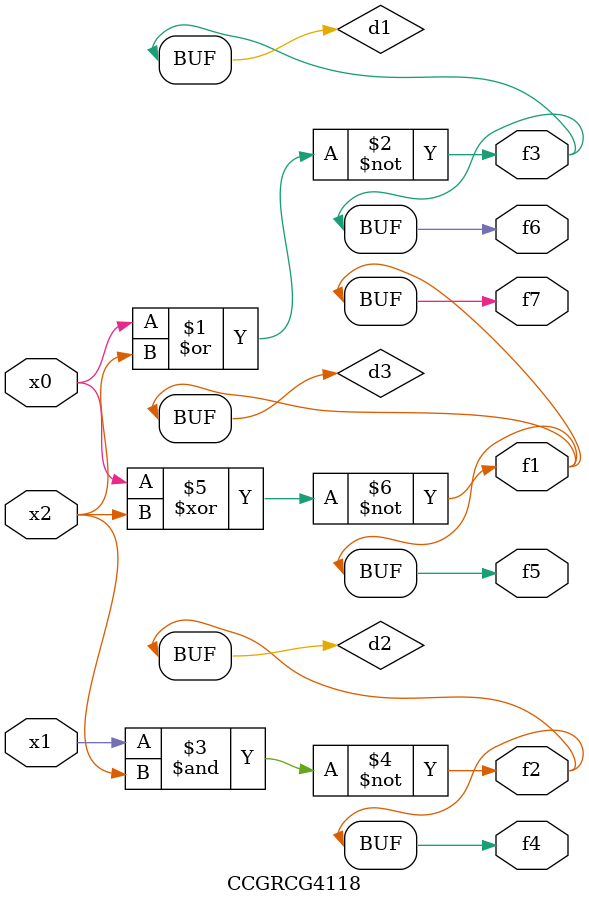
<source format=v>
module CCGRCG4118(
	input x0, x1, x2,
	output f1, f2, f3, f4, f5, f6, f7
);

	wire d1, d2, d3;

	nor (d1, x0, x2);
	nand (d2, x1, x2);
	xnor (d3, x0, x2);
	assign f1 = d3;
	assign f2 = d2;
	assign f3 = d1;
	assign f4 = d2;
	assign f5 = d3;
	assign f6 = d1;
	assign f7 = d3;
endmodule

</source>
